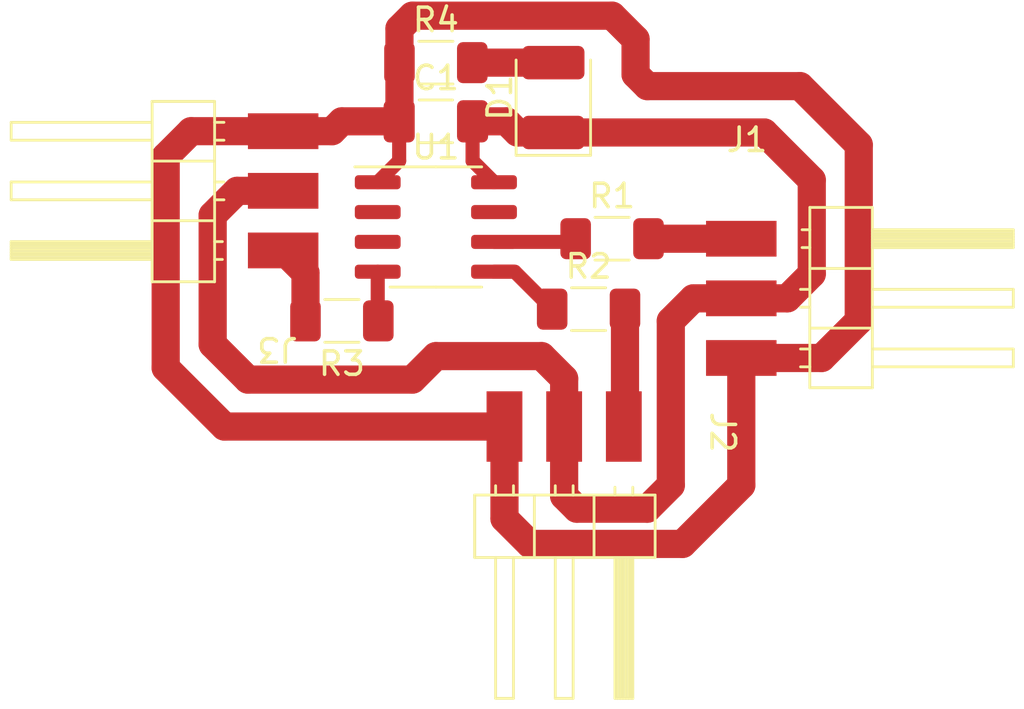
<source format=kicad_pcb>
(kicad_pcb (version 20211014) (generator pcbnew)
  (layers (0 "F.Cu" signal) (31 "B.Cu" signal) (34 "B.Paste" user) (35 "F.Paste" user) (36 "B.SilkS" user "B.Silkscreen") (37 "F.SilkS" user "F.Silkscreen") (38 "B.Mask" user) (39 "F.Mask" user) (44 "Edge.Cuts" user))
  (net 0 "")
  (net 1 "+5V")
  (net 2 "GND")
  (net 3 "Net-(D1-Pad2)")
  (net 4 "Net-(J1-Pad1)")
  (net 5 "Net-(J2-Pad1)")
  (net 6 "Net-(J3-Pad1)")
  (net 7 "UPDI")
  (net 8 "servo1")
  (net 9 "servo2")
  (footprint "Package_SO:SOIC-8_3.9x4.9mm_P1.27mm" (layer "F.Cu") (at 150 78.5)
    (fp_text reference "U1" (at 0 -3.4) (layer "F.SilkS"))
    (fp_text value "ATtiny412-SS")
    (fp_line (start 0 -2.56) (end -3.45 -2.56) (layer "F.SilkS") (width 0.12))
    (fp_line (start 0 2.56) (end 1.95 2.56) (layer "F.SilkS") (width 0.12))
    (fp_line (start 0 2.56) (end -1.95 2.56) (layer "F.SilkS") (width 0.12))
    (fp_line (start 0 -2.56) (end 1.95 -2.56) (layer "F.SilkS") (width 0.12))
    (pad "1" smd roundrect locked (at -2.475 -1.905) (size 1.95 0.6) (layers "F.Cu" "F.Paste" "F.Mask") (net 1 "+5V"))
    (pad "2" smd roundrect locked (at -2.475 -0.635) (size 1.95 0.6) (layers "F.Cu" "F.Paste" "F.Mask"))
    (pad "3" smd roundrect locked (at -2.475 0.635) (size 1.95 0.6) (layers "F.Cu" "F.Paste" "F.Mask"))
    (pad "4" smd roundrect locked (at -2.475 1.905) (size 1.95 0.6) (layers "F.Cu" "F.Paste" "F.Mask") (net 9 "servo2"))
    (pad "5" smd roundrect locked (at 2.475 1.905) (size 1.95 0.6) (layers "F.Cu" "F.Paste" "F.Mask") (net 8 "servo1"))
    (pad "6" smd roundrect locked (at 2.475 0.635) (size 1.95 0.6) (layers "F.Cu" "F.Paste" "F.Mask") (net 7 "UPDI"))
    (pad "7" smd roundrect locked (at 2.475 -0.635) (size 1.95 0.6) (layers "F.Cu" "F.Paste" "F.Mask"))
    (pad "8" smd roundrect locked (at 2.475 -1.905) (size 1.95 0.6) (layers "F.Cu" "F.Paste" "F.Mask") (net 2 "GND"))
  )
  (footprint "Resistor_SMD:R_1206_3216Metric_Pad1.30x1.75mm_HandSolder" (layer "F.Cu") (at 157.5 79)
    (fp_text reference "R1" (at 0 -1.82) (layer "F.SilkS"))
    (fp_text value "R_Small")
    (fp_line (start -0.727064 0.91) (end 0.727064 0.91) (layer "F.SilkS") (width 0.12))
    (fp_line (start -0.727064 -0.91) (end 0.727064 -0.91) (layer "F.SilkS") (width 0.12))
    (pad "1" smd roundrect locked (at -1.55 0) (size 1.3 1.75) (layers "F.Cu" "F.Paste" "F.Mask") (roundrect_rratio 0.192308) (net 7 "UPDI"))
    (pad "2" smd roundrect locked (at 1.55 0) (size 1.3 1.75) (layers "F.Cu" "F.Paste" "F.Mask") (roundrect_rratio 0.192308) (net 4 "Net-(J1-Pad1)"))
  )
  (footprint "BarbaLib:PinHeader_1x03_22.54mm_Horizontal_SMD_Line" (layer "F.Cu") (at 163 79)
    (fp_text reference "J1" (at 0.242711 -4.213321 unlocked) (layer "F.SilkS"))
    (fp_text value "Prog")
    (fp_line (start 2.587781 0.377151) (end 2.917781 0.377151) (layer "F.SilkS") (width 0.12))
    (fp_line (start 5.577781 0.277151) (end 11.577781 0.277151) (layer "F.SilkS") (width 0.12))
    (fp_line (start 2.52071 2.157151) (end 2.917781 2.157151) (layer "F.SilkS") (width 0.12))
    (fp_line (start 11.577781 0.377151) (end 5.577781 0.377151) (layer "F.SilkS") (width 0.12))
    (fp_line (start 11.577781 2.917151) (end 5.577781 2.917151) (layer "F.SilkS") (width 0.12))
    (fp_line (start 2.52071 4.697151) (end 2.917781 4.697151) (layer "F.SilkS") (width 0.12))
    (fp_line (start 5.577781 2.157151) (end 11.577781 2.157151) (layer "F.SilkS") (width 0.12))
    (fp_line (start 2.52071 2.917151) (end 2.917781 2.917151) (layer "F.SilkS") (width 0.12))
    (fp_line (start 5.577781 -1.332849) (end 2.917781 -1.332849) (layer "F.SilkS") (width 0.12))
    (fp_line (start 5.577781 -0.082849) (end 11.577781 -0.082849) (layer "F.SilkS") (width 0.12))
    (fp_line (start 2.917781 -1.332849) (end 2.917781 6.347151) (layer "F.SilkS") (width 0.12))
    (fp_line (start 11.577781 4.697151) (end 11.577781 5.457151) (layer "F.SilkS") (width 0.12))
    (fp_line (start 11.577781 5.457151) (end 5.577781 5.457151) (layer "F.SilkS") (width 0.12))
    (fp_line (start 2.52071 5.457151) (end 2.917781 5.457151) (layer "F.SilkS") (width 0.12))
    (fp_line (start 2.587781 -0.382849) (end 2.917781 -0.382849) (layer "F.SilkS") (width 0.12))
    (fp_line (start 11.577781 2.157151) (end 11.577781 2.917151) (layer "F.SilkS") (width 0.12))
    (fp_line (start 5.577781 -0.202849) (end 11.577781 -0.202849) (layer "F.SilkS") (width 0.12))
    (fp_line (start 5.577781 4.697151) (end 11.577781 4.697151) (layer "F.SilkS") (width 0.12))
    (fp_line (start 5.577781 -0.322849) (end 11.577781 -0.322849) (layer "F.SilkS") (width 0.12))
    (fp_line (start 5.577781 0.157151) (end 11.577781 0.157151) (layer "F.SilkS") (width 0.12))
    (fp_line (start 2.917781 6.347151) (end 5.577781 6.347151) (layer "F.SilkS") (width 0.12))
    (fp_line (start 11.577781 -0.382849) (end 11.577781 0.377151) (layer "F.SilkS") (width 0.12))
    (fp_line (start 5.577781 0.037151) (end 11.577781 0.037151) (layer "F.SilkS") (width 0.12))
    (fp_line (start 2.917781 3.807151) (end 5.577781 3.807151) (layer "F.SilkS") (width 0.12))
    (fp_line (start 5.577781 -0.382849) (end 11.577781 -0.382849) (layer "F.SilkS") (width 0.12))
    (fp_line (start 5.577781 6.347151) (end 5.577781 -1.332849) (layer "F.SilkS") (width 0.12))
    (fp_line (start 2.917781 1.267151) (end 5.577781 1.267151) (layer "F.SilkS") (width 0.12))
    (fp_line (start 2.917781 6.347151) (end 5.577781 6.347151) (layer "F.SilkS") (width 0.12))
    (pad "1" smd rect (at 0 0) (size 3 1.524) (layers "F.Cu" "F.Paste" "F.Mask") (net 4 "Net-(J1-Pad1)"))
    (pad "2" smd rect (at 0 2.54) (size 3 1.524) (layers "F.Cu" "F.Paste" "F.Mask") (net 2 "GND"))
    (pad "3" smd rect (at 0 5.08) (size 3 1.524) (layers "F.Cu" "F.Paste" "F.Mask") (net 1 "+5V"))
  )
  (footprint "Capacitor_SMD:C_1206_3216Metric_Pad1.33x1.80mm_HandSolder" (layer "F.Cu") (at 150 74)
    (fp_text reference "C1" (at 0 -1.85) (layer "F.SilkS"))
    (fp_text value "C_Small")
    (fp_line (start -0.711252 0.91) (end 0.711252 0.91) (layer "F.SilkS") (width 0.12))
    (fp_line (start -0.711252 -0.91) (end 0.711252 -0.91) (layer "F.SilkS") (width 0.12))
    (pad "1" smd roundrect locked (at -1.5625 0) (size 1.325 1.8) (layers "F.Cu" "F.Paste" "F.Mask") (roundrect_rratio 0.188679) (net 1 "+5V"))
    (pad "2" smd roundrect locked (at 1.5625 0) (size 1.325 1.8) (layers "F.Cu" "F.Paste" "F.Mask") (roundrect_rratio 0.188679) (net 2 "GND"))
  )
  (footprint "BarbaLib:PinHeader_1x03_22.54mm_Horizontal_SMD_Line" (layer "F.Cu") (at 158 87 -90)
    (fp_text reference "J2" (at 0.242711 -4.213321 -90 unlocked) (layer "F.SilkS"))
    (fp_text value "Servo1")
    (fp_line (start 11.577781 -0.382849) (end 11.577781 0.377151) (layer "F.SilkS") (width 0.12))
    (fp_line (start 2.917781 3.807151) (end 5.577781 3.807151) (layer "F.SilkS") (width 0.12))
    (fp_line (start 5.577781 2.157151) (end 11.577781 2.157151) (layer "F.SilkS") (width 0.12))
    (fp_line (start 2.917781 6.347151) (end 5.577781 6.347151) (layer "F.SilkS") (width 0.12))
    (fp_line (start 5.577781 -0.322849) (end 11.577781 -0.322849) (layer "F.SilkS") (width 0.12))
    (fp_line (start 2.917781 6.347151) (end 5.577781 6.347151) (layer "F.SilkS") (width 0.12))
    (fp_line (start 11.577781 2.157151) (end 11.577781 2.917151) (layer "F.SilkS") (width 0.12))
    (fp_line (start 5.577781 -0.382849) (end 11.577781 -0.382849) (layer "F.SilkS") (width 0.12))
    (fp_line (start 2.52071 2.917151) (end 2.917781 2.917151) (layer "F.SilkS") (width 0.12))
    (fp_line (start 2.917781 1.267151) (end 5.577781 1.267151) (layer "F.SilkS") (width 0.12))
    (fp_line (start 2.587781 -0.382849) (end 2.917781 -0.382849) (layer "F.SilkS") (width 0.12))
    (fp_line (start 11.577781 0.377151) (end 5.577781 0.377151) (layer "F.SilkS") (width 0.12))
    (fp_line (start 5.577781 -0.082849) (end 11.577781 -0.082849) (layer "F.SilkS") (width 0.12))
    (fp_line (start 5.577781 -1.332849) (end 2.917781 -1.332849) (layer "F.SilkS") (width 0.12))
    (fp_line (start 11.577781 5.457151) (end 5.577781 5.457151) (layer "F.SilkS") (width 0.12))
    (fp_line (start 5.577781 0.037151) (end 11.577781 0.037151) (layer "F.SilkS") (width 0.12))
    (fp_line (start 5.577781 4.697151) (end 11.577781 4.697151) (layer "F.SilkS") (width 0.12))
    (fp_line (start 11.577781 2.917151) (end 5.577781 2.917151) (layer "F.SilkS") (width 0.12))
    (fp_line (start 5.577781 0.157151) (end 11.577781 0.157151) (layer "F.SilkS") (width 0.12))
    (fp_line (start 2.52071 5.457151) (end 2.917781 5.457151) (layer "F.SilkS") (width 0.12))
    (fp_line (start 5.577781 6.347151) (end 5.577781 -1.332849) (layer "F.SilkS") (width 0.12))
    (fp_line (start 5.577781 0.277151) (end 11.577781 0.277151) (layer "F.SilkS") (width 0.12))
    (fp_line (start 11.577781 4.697151) (end 11.577781 5.457151) (layer "F.SilkS") (width 0.12))
    (fp_line (start 2.52071 2.157151) (end 2.917781 2.157151) (layer "F.SilkS") (width 0.12))
    (fp_line (start 2.917781 -1.332849) (end 2.917781 6.347151) (layer "F.SilkS") (width 0.12))
    (fp_line (start 2.52071 4.697151) (end 2.917781 4.697151) (layer "F.SilkS") (width 0.12))
    (fp_line (start 5.577781 -0.202849) (end 11.577781 -0.202849) (layer "F.SilkS") (width 0.12))
    (fp_line (start 2.587781 0.377151) (end 2.917781 0.377151) (layer "F.SilkS") (width 0.12))
    (pad "1" smd rect (at 0 0 270) (size 3 1.524) (layers "F.Cu" "F.Paste" "F.Mask") (net 5 "Net-(J2-Pad1)"))
    (pad "2" smd rect (at 0 2.54 270) (size 3 1.524) (layers "F.Cu" "F.Paste" "F.Mask") (net 2 "GND"))
    (pad "3" smd rect (at 0 5.08 270) (size 3 1.524) (layers "F.Cu" "F.Paste" "F.Mask") (net 1 "+5V"))
  )
  (footprint "LED_SMD:LED_1210_3225Metric_Pad1.42x2.65mm_HandSolder" (layer "F.Cu") (at 155 72.9875 90)
    (fp_text reference "D1" (at 0 -2.28 90) (layer "F.SilkS"))
    (fp_text value "LED_Small")
    (fp_line (start -2.46 1.585) (end 1.6 1.585) (layer "F.SilkS") (width 0.12))
    (fp_line (start -2.46 -1.585) (end -2.46 1.585) (layer "F.SilkS") (width 0.12))
    (fp_line (start 1.6 -1.585) (end -2.46 -1.585) (layer "F.SilkS") (width 0.12))
    (pad "1" smd roundrect locked (at -1.4875 0 90) (size 1.425 2.65) (layers "F.Cu" "F.Paste" "F.Mask") (roundrect_rratio 0.175439) (net 2 "GND"))
    (pad "2" smd roundrect locked (at 1.4875 0 90) (size 1.425 2.65) (layers "F.Cu" "F.Paste" "F.Mask") (roundrect_rratio 0.175439) (net 3 "Net-(D1-Pad2)"))
  )
  (footprint "Resistor_SMD:R_1206_3216Metric_Pad1.30x1.75mm_HandSolder" (layer "F.Cu") (at 146 82.5 180)
    (fp_text reference "R3" (at 0 -1.82) (layer "F.SilkS"))
    (fp_text value "R_Small")
    (fp_line (start -0.727064 -0.91) (end 0.727064 -0.91) (layer "F.SilkS") (width 0.12))
    (fp_line (start -0.727064 0.91) (end 0.727064 0.91) (layer "F.SilkS") (width 0.12))
    (pad "1" smd roundrect locked (at -1.55 0 180) (size 1.3 1.75) (layers "F.Cu" "F.Paste" "F.Mask") (roundrect_rratio 0.192308) (net 9 "servo2"))
    (pad "2" smd roundrect locked (at 1.55 0 180) (size 1.3 1.75) (layers "F.Cu" "F.Paste" "F.Mask") (roundrect_rratio 0.192308) (net 6 "Net-(J3-Pad1)"))
  )
  (footprint "BarbaLib:PinHeader_1x03_22.54mm_Horizontal_SMD_Line" (layer "F.Cu") (at 143.5 79.5 180)
    (fp_text reference "J3" (at 0.242711 -4.213321 180 unlocked) (layer "F.SilkS"))
    (fp_text value "Servo2")
    (fp_line (start 5.577781 6.347151) (end 5.577781 -1.332849) (layer "F.SilkS") (width 0.12))
    (fp_line (start 11.577781 4.697151) (end 11.577781 5.457151) (layer "F.SilkS") (width 0.12))
    (fp_line (start 2.917781 1.267151) (end 5.577781 1.267151) (layer "F.SilkS") (width 0.12))
    (fp_line (start 5.577781 -0.082849) (end 11.577781 -0.082849) (layer "F.SilkS") (width 0.12))
    (fp_line (start 2.52071 4.697151) (end 2.917781 4.697151) (layer "F.SilkS") (width 0.12))
    (fp_line (start 5.577781 -0.322849) (end 11.577781 -0.322849) (layer "F.SilkS") (width 0.12))
    (fp_line (start 2.587781 -0.382849) (end 2.917781 -0.382849) (layer "F.SilkS") (width 0.12))
    (fp_line (start 2.917781 6.347151) (end 5.577781 6.347151) (layer "F.SilkS") (width 0.12))
    (fp_line (start 11.577781 2.917151) (end 5.577781 2.917151) (layer "F.SilkS") (width 0.12))
    (fp_line (start 2.587781 0.377151) (end 2.917781 0.377151) (layer "F.SilkS") (width 0.12))
    (fp_line (start 5.577781 -0.202849) (end 11.577781 -0.202849) (layer "F.SilkS") (width 0.12))
    (fp_line (start 2.52071 2.917151) (end 2.917781 2.917151) (layer "F.SilkS") (width 0.12))
    (fp_line (start 5.577781 0.037151) (end 11.577781 0.037151) (layer "F.SilkS") (width 0.12))
    (fp_line (start 2.52071 2.157151) (end 2.917781 2.157151) (layer "F.SilkS") (width 0.12))
    (fp_line (start 5.577781 0.277151) (end 11.577781 0.277151) (layer "F.SilkS") (width 0.12))
    (fp_line (start 2.52071 5.457151) (end 2.917781 5.457151) (layer "F.SilkS") (width 0.12))
    (fp_line (start 5.577781 4.697151) (end 11.577781 4.697151) (layer "F.SilkS") (width 0.12))
    (fp_line (start 2.917781 6.347151) (end 5.577781 6.347151) (layer "F.SilkS") (width 0.12))
    (fp_line (start 5.577781 -0.382849) (end 11.577781 -0.382849) (layer "F.SilkS") (width 0.12))
    (fp_line (start 5.577781 0.157151) (end 11.577781 0.157151) (layer "F.SilkS") (width 0.12))
    (fp_line (start 5.577781 -1.332849) (end 2.917781 -1.332849) (layer "F.SilkS") (width 0.12))
    (fp_line (start 11.577781 2.157151) (end 11.577781 2.917151) (layer "F.SilkS") (width 0.12))
    (fp_line (start 2.917781 -1.332849) (end 2.917781 6.347151) (layer "F.SilkS") (width 0.12))
    (fp_line (start 2.917781 3.807151) (end 5.577781 3.807151) (layer "F.SilkS") (width 0.12))
    (fp_line (start 11.577781 5.457151) (end 5.577781 5.457151) (layer "F.SilkS") (width 0.12))
    (fp_line (start 11.577781 0.377151) (end 5.577781 0.377151) (layer "F.SilkS") (width 0.12))
    (fp_line (start 11.577781 -0.382849) (end 11.577781 0.377151) (layer "F.SilkS") (width 0.12))
    (fp_line (start 5.577781 2.157151) (end 11.577781 2.157151) (layer "F.SilkS") (width 0.12))
    (pad "1" smd rect (at 0 0 180) (size 3 1.524) (layers "F.Cu" "F.Paste" "F.Mask") (net 6 "Net-(J3-Pad1)"))
    (pad "2" smd rect (at 0 2.54 180) (size 3 1.524) (layers "F.Cu" "F.Paste" "F.Mask") (net 2 "GND"))
    (pad "3" smd rect (at 0 5.08 180) (size 3 1.524) (layers "F.Cu" "F.Paste" "F.Mask") (net 1 "+5V"))
  )
  (footprint "Resistor_SMD:R_1206_3216Metric_Pad1.30x1.75mm_HandSolder" (layer "F.Cu") (at 150 71.5)
    (fp_text reference "R4" (at 0 -1.82) (layer "F.SilkS"))
    (fp_text value "R_Small")
    (fp_line (start -0.727064 -0.91) (end 0.727064 -0.91) (layer "F.SilkS") (width 0.12))
    (fp_line (start -0.727064 0.91) (end 0.727064 0.91) (layer "F.SilkS") (width 0.12))
    (pad "1" smd roundrect locked (at -1.55 0) (size 1.3 1.75) (layers "F.Cu" "F.Paste" "F.Mask") (roundrect_rratio 0.192308) (net 1 "+5V"))
    (pad "2" smd roundrect locked (at 1.55 0) (size 1.3 1.75) (layers "F.Cu" "F.Paste" "F.Mask") (roundrect_rratio 0.192308) (net 3 "Net-(D1-Pad2)"))
  )
  (footprint "Resistor_SMD:R_1206_3216Metric_Pad1.30x1.75mm_HandSolder" (layer "F.Cu") (at 156.5 82)
    (fp_text reference "R2" (at 0 -1.82) (layer "F.SilkS"))
    (fp_text value "R_Small")
    (fp_line (start -0.727064 0.91) (end 0.727064 0.91) (layer "F.SilkS") (width 0.12))
    (fp_line (start -0.727064 -0.91) (end 0.727064 -0.91) (layer "F.SilkS") (width 0.12))
    (pad "1" smd roundrect locked (at -1.55 0) (size 1.3 1.75) (layers "F.Cu" "F.Paste" "F.Mask") (roundrect_rratio 0.192308) (net 8 "servo1"))
    (pad "2" smd roundrect locked (at 1.55 0) (size 1.3 1.75) (layers "F.Cu" "F.Paste" "F.Mask") (roundrect_rratio 0.192308) (net 5 "Net-(J2-Pad1)"))
  )
  (segment (start 139.58 74.42) (end 143.5 74.42) (width 1.2) (layer "F.Cu") (net 1))
  (segment (start 141 87) (end 138.5 84.5) (width 1.2) (layer "F.Cu") (net 1))
  (segment (start 168 75) (end 168 82.5) (width 1.2) (layer "F.Cu") (net 1))
  (segment (start 165.5 72.5) (end 168 75) (width 1.2) (layer "F.Cu") (net 1))
  (segment (start 159 72.5) (end 165.5 72.5) (width 1.2) (layer "F.Cu") (net 1))
  (segment (start 148.45 71.5) (end 148.45 73.9875) (width 1.2) (layer "F.Cu") (net 1))
  (segment (start 148.45 73.9875) (end 148.4375 74) (width 1.2) (layer "F.Cu") (net 1))
  (segment (start 166.42 84.08) (end 163 84.08) (width 1.2) (layer "F.Cu") (net 1))
  (segment (start 154 92) (end 152.92 90.92) (width 1.2) (layer "F.Cu") (net 1))
  (segment (start 138.5 84.5) (end 138.5 75.5) (width 1.2) (layer "F.Cu") (net 1))
  (segment (start 148.4375 74) (end 148.4375 75.6825) (width 0.6) (layer "F.Cu") (net 1))
  (segment (start 157.5 69.5) (end 158.5 70.5) (width 1.2) (layer "F.Cu") (net 1))
  (segment (start 163 84.08) (end 163 89.5) (width 1.2) (layer "F.Cu") (net 1))
  (segment (start 152.92 90.92) (end 152.92 87) (width 1.2) (layer "F.Cu") (net 1))
  (segment (start 146 74) (end 148.4375 74) (width 1.2) (layer "F.Cu") (net 1))
  (segment (start 168 82.5) (end 166.42 84.08) (width 1.2) (layer "F.Cu") (net 1))
  (segment (start 148.4375 75.6825) (end 147.525 76.595) (width 0.6) (layer "F.Cu") (net 1))
  (segment (start 138.5 75.5) (end 139.58 74.42) (width 1.2) (layer "F.Cu") (net 1))
  (segment (start 152.92 87) (end 141 87) (width 1.2) (layer "F.Cu") (net 1))
  (segment (start 158.5 70.5) (end 158.5 72) (width 1.2) (layer "F.Cu") (net 1))
  (segment (start 145.58 74.42) (end 146 74) (width 1.2) (layer "F.Cu") (net 1))
  (segment (start 149 69.5) (end 157.5 69.5) (width 1.2) (layer "F.Cu") (net 1))
  (segment (start 163 89.5) (end 160.5 92) (width 1.2) (layer "F.Cu") (net 1))
  (segment (start 148.45 71.5) (end 148.45 70.05) (width 1.2) (layer "F.Cu") (net 1))
  (segment (start 158.5 72) (end 159 72.5) (width 1.2) (layer "F.Cu") (net 1))
  (segment (start 160.5 92) (end 154 92) (width 1.2) (layer "F.Cu") (net 1))
  (segment (start 143.5 74.42) (end 145.58 74.42) (width 1.2) (layer "F.Cu") (net 1))
  (segment (start 148.45 70.05) (end 149 69.5) (width 1.2) (layer "F.Cu") (net 1))
  (segment (start 163.975 74.475) (end 166 76.5) (width 1.2) (layer "F.Cu") (net 2))
  (segment (start 149 85) (end 142 85) (width 1.2) (layer "F.Cu") (net 2))
  (segment (start 166 80.5) (end 164.96 81.54) (width 1.2) (layer "F.Cu") (net 2))
  (segment (start 151.5625 74) (end 151.5625 75.6825) (width 0.6) (layer "F.Cu") (net 2))
  (segment (start 141.54 76.96) (end 143.5 76.96) (width 1.2) (layer "F.Cu") (net 2))
  (segment (start 150 84) (end 149 85) (width 1.2) (layer "F.Cu") (net 2))
  (segment (start 151.5625 75.6825) (end 152.475 76.595) (width 0.6) (layer "F.Cu") (net 2))
  (segment (start 164.96 81.54) (end 163 81.54) (width 1.2) (layer "F.Cu") (net 2))
  (segment (start 156 90.5) (end 155.46 89.96) (width 1.2) (layer "F.Cu") (net 2))
  (segment (start 159 90.5) (end 156 90.5) (width 1.2) (layer "F.Cu") (net 2))
  (segment (start 153.475 74.475) (end 153 74) (width 1.2) (layer "F.Cu") (net 2))
  (segment (start 142 85) (end 140.5 83.5) (width 1.2) (layer "F.Cu") (net 2))
  (segment (start 143.865 76.595) (end 143.5 76.96) (width 0.6) (layer "F.Cu") (net 2))
  (segment (start 155 74.475) (end 163.975 74.475) (width 1.2) (layer "F.Cu") (net 2))
  (segment (start 160.96 81.54) (end 160 82.5) (width 1.2) (layer "F.Cu") (net 2))
  (segment (start 163 81.54) (end 160.96 81.54) (width 1.2) (layer "F.Cu") (net 2))
  (segment (start 155 74.475) (end 153.475 74.475) (width 1.2) (layer "F.Cu") (net 2))
  (segment (start 166 76.5) (end 166 80.5) (width 1.2) (layer "F.Cu") (net 2))
  (segment (start 160 89.5) (end 159 90.5) (width 1.2) (layer "F.Cu") (net 2))
  (segment (start 155.46 89.96) (end 155.46 87) (width 1.2) (layer "F.Cu") (net 2))
  (segment (start 153 74) (end 151.5625 74) (width 1.2) (layer "F.Cu") (net 2))
  (segment (start 155.46 84.96) (end 154.5 84) (width 1.2) (layer "F.Cu") (net 2))
  (segment (start 140.5 83.5) (end 140.5 78) (width 1.2) (layer "F.Cu") (net 2))
  (segment (start 154.5 84) (end 150 84) (width 1.2) (layer "F.Cu") (net 2))
  (segment (start 140.5 78) (end 141.54 76.96) (width 1.2) (layer "F.Cu") (net 2))
  (segment (start 155.46 87) (end 155.46 84.96) (width 1.2) (layer "F.Cu") (net 2))
  (segment (start 160 82.5) (end 160 89.5) (width 1.2) (layer "F.Cu") (net 2))
  (segment (start 151.55 71.5) (end 155 71.5) (width 1.2) (layer "F.Cu") (net 3))
  (segment (start 159.05 79) (end 163 79) (width 1.2) (layer "F.Cu") (net 4))
  (segment (start 158.05 86.95) (end 158 87) (width 1.2) (layer "F.Cu") (net 5))
  (segment (start 158.05 82) (end 158.05 86.95) (width 1.2) (layer "F.Cu") (net 5))
  (segment (start 144.45 80.45) (end 144.45 82.5) (width 1.2) (layer "F.Cu") (net 6))
  (segment (start 143.5 79.5) (end 144.45 80.45) (width 1.2) (layer "F.Cu") (net 6))
  (segment (start 152.475 79.135) (end 155.815 79.135) (width 0.6) (layer "F.Cu") (net 7))
  (segment (start 155.815 79.135) (end 155.95 79) (width 0.6) (layer "F.Cu") (net 7))
  (segment (start 153.355 80.405) (end 154.95 82) (width 0.6) (layer "F.Cu") (net 8))
  (segment (start 152.475 80.405) (end 153.355 80.405) (width 0.6) (layer "F.Cu") (net 8))
  (segment (start 147.525 80.405) (end 147.525 82.475) (width 0.6) (layer "F.Cu") (net 9))
  (segment (start 147.525 82.475) (end 147.55 82.5) (width 0.6) (layer "F.Cu") (net 9))
)
</source>
